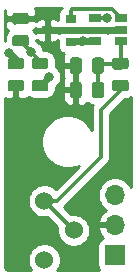
<source format=gbr>
G04 #@! TF.GenerationSoftware,KiCad,Pcbnew,(5.1.5)-3*
G04 #@! TF.CreationDate,2021-01-22T15:10:24+10:30*
G04 #@! TF.ProjectId,HallSingle,48616c6c-5369-46e6-976c-652e6b696361,rev?*
G04 #@! TF.SameCoordinates,Original*
G04 #@! TF.FileFunction,Copper,L1,Top*
G04 #@! TF.FilePolarity,Positive*
%FSLAX46Y46*%
G04 Gerber Fmt 4.6, Leading zero omitted, Abs format (unit mm)*
G04 Created by KiCad (PCBNEW (5.1.5)-3) date 2021-01-22 15:10:24*
%MOMM*%
%LPD*%
G04 APERTURE LIST*
%ADD10R,1.060000X0.650000*%
%ADD11R,0.900000X0.800000*%
%ADD12C,1.524000*%
%ADD13C,0.100000*%
%ADD14O,1.700000X1.700000*%
%ADD15R,1.700000X1.700000*%
%ADD16C,0.800000*%
%ADD17C,0.304800*%
%ADD18C,0.609600*%
%ADD19C,0.254000*%
G04 APERTURE END LIST*
D10*
X146300000Y-60450000D03*
X146300000Y-58550000D03*
X148500000Y-58550000D03*
X148500000Y-59500000D03*
X148500000Y-60450000D03*
D11*
X144272000Y-60510500D03*
X144272000Y-58610500D03*
X142272000Y-59560500D03*
D12*
X142000000Y-79000000D03*
X144500000Y-76500000D03*
X142000000Y-74000000D03*
G04 #@! TA.AperFunction,SMDPad,CuDef*
D13*
G36*
X142130142Y-61876174D02*
G01*
X142153803Y-61879684D01*
X142177007Y-61885496D01*
X142199529Y-61893554D01*
X142221153Y-61903782D01*
X142241670Y-61916079D01*
X142260883Y-61930329D01*
X142278607Y-61946393D01*
X142294671Y-61964117D01*
X142308921Y-61983330D01*
X142321218Y-62003847D01*
X142331446Y-62025471D01*
X142339504Y-62047993D01*
X142345316Y-62071197D01*
X142348826Y-62094858D01*
X142350000Y-62118750D01*
X142350000Y-62606250D01*
X142348826Y-62630142D01*
X142345316Y-62653803D01*
X142339504Y-62677007D01*
X142331446Y-62699529D01*
X142321218Y-62721153D01*
X142308921Y-62741670D01*
X142294671Y-62760883D01*
X142278607Y-62778607D01*
X142260883Y-62794671D01*
X142241670Y-62808921D01*
X142221153Y-62821218D01*
X142199529Y-62831446D01*
X142177007Y-62839504D01*
X142153803Y-62845316D01*
X142130142Y-62848826D01*
X142106250Y-62850000D01*
X141193750Y-62850000D01*
X141169858Y-62848826D01*
X141146197Y-62845316D01*
X141122993Y-62839504D01*
X141100471Y-62831446D01*
X141078847Y-62821218D01*
X141058330Y-62808921D01*
X141039117Y-62794671D01*
X141021393Y-62778607D01*
X141005329Y-62760883D01*
X140991079Y-62741670D01*
X140978782Y-62721153D01*
X140968554Y-62699529D01*
X140960496Y-62677007D01*
X140954684Y-62653803D01*
X140951174Y-62630142D01*
X140950000Y-62606250D01*
X140950000Y-62118750D01*
X140951174Y-62094858D01*
X140954684Y-62071197D01*
X140960496Y-62047993D01*
X140968554Y-62025471D01*
X140978782Y-62003847D01*
X140991079Y-61983330D01*
X141005329Y-61964117D01*
X141021393Y-61946393D01*
X141039117Y-61930329D01*
X141058330Y-61916079D01*
X141078847Y-61903782D01*
X141100471Y-61893554D01*
X141122993Y-61885496D01*
X141146197Y-61879684D01*
X141169858Y-61876174D01*
X141193750Y-61875000D01*
X142106250Y-61875000D01*
X142130142Y-61876174D01*
G37*
G04 #@! TD.AperFunction*
G04 #@! TA.AperFunction,SMDPad,CuDef*
G36*
X142130142Y-63751174D02*
G01*
X142153803Y-63754684D01*
X142177007Y-63760496D01*
X142199529Y-63768554D01*
X142221153Y-63778782D01*
X142241670Y-63791079D01*
X142260883Y-63805329D01*
X142278607Y-63821393D01*
X142294671Y-63839117D01*
X142308921Y-63858330D01*
X142321218Y-63878847D01*
X142331446Y-63900471D01*
X142339504Y-63922993D01*
X142345316Y-63946197D01*
X142348826Y-63969858D01*
X142350000Y-63993750D01*
X142350000Y-64481250D01*
X142348826Y-64505142D01*
X142345316Y-64528803D01*
X142339504Y-64552007D01*
X142331446Y-64574529D01*
X142321218Y-64596153D01*
X142308921Y-64616670D01*
X142294671Y-64635883D01*
X142278607Y-64653607D01*
X142260883Y-64669671D01*
X142241670Y-64683921D01*
X142221153Y-64696218D01*
X142199529Y-64706446D01*
X142177007Y-64714504D01*
X142153803Y-64720316D01*
X142130142Y-64723826D01*
X142106250Y-64725000D01*
X141193750Y-64725000D01*
X141169858Y-64723826D01*
X141146197Y-64720316D01*
X141122993Y-64714504D01*
X141100471Y-64706446D01*
X141078847Y-64696218D01*
X141058330Y-64683921D01*
X141039117Y-64669671D01*
X141021393Y-64653607D01*
X141005329Y-64635883D01*
X140991079Y-64616670D01*
X140978782Y-64596153D01*
X140968554Y-64574529D01*
X140960496Y-64552007D01*
X140954684Y-64528803D01*
X140951174Y-64505142D01*
X140950000Y-64481250D01*
X140950000Y-63993750D01*
X140951174Y-63969858D01*
X140954684Y-63946197D01*
X140960496Y-63922993D01*
X140968554Y-63900471D01*
X140978782Y-63878847D01*
X140991079Y-63858330D01*
X141005329Y-63839117D01*
X141021393Y-63821393D01*
X141039117Y-63805329D01*
X141058330Y-63791079D01*
X141078847Y-63778782D01*
X141100471Y-63768554D01*
X141122993Y-63760496D01*
X141146197Y-63754684D01*
X141169858Y-63751174D01*
X141193750Y-63750000D01*
X142106250Y-63750000D01*
X142130142Y-63751174D01*
G37*
G04 #@! TD.AperFunction*
G04 #@! TA.AperFunction,SMDPad,CuDef*
G36*
X144950642Y-61851174D02*
G01*
X144974303Y-61854684D01*
X144997507Y-61860496D01*
X145020029Y-61868554D01*
X145041653Y-61878782D01*
X145062170Y-61891079D01*
X145081383Y-61905329D01*
X145099107Y-61921393D01*
X145115171Y-61939117D01*
X145129421Y-61958330D01*
X145141718Y-61978847D01*
X145151946Y-62000471D01*
X145160004Y-62022993D01*
X145165816Y-62046197D01*
X145169326Y-62069858D01*
X145170500Y-62093750D01*
X145170500Y-63006250D01*
X145169326Y-63030142D01*
X145165816Y-63053803D01*
X145160004Y-63077007D01*
X145151946Y-63099529D01*
X145141718Y-63121153D01*
X145129421Y-63141670D01*
X145115171Y-63160883D01*
X145099107Y-63178607D01*
X145081383Y-63194671D01*
X145062170Y-63208921D01*
X145041653Y-63221218D01*
X145020029Y-63231446D01*
X144997507Y-63239504D01*
X144974303Y-63245316D01*
X144950642Y-63248826D01*
X144926750Y-63250000D01*
X144439250Y-63250000D01*
X144415358Y-63248826D01*
X144391697Y-63245316D01*
X144368493Y-63239504D01*
X144345971Y-63231446D01*
X144324347Y-63221218D01*
X144303830Y-63208921D01*
X144284617Y-63194671D01*
X144266893Y-63178607D01*
X144250829Y-63160883D01*
X144236579Y-63141670D01*
X144224282Y-63121153D01*
X144214054Y-63099529D01*
X144205996Y-63077007D01*
X144200184Y-63053803D01*
X144196674Y-63030142D01*
X144195500Y-63006250D01*
X144195500Y-62093750D01*
X144196674Y-62069858D01*
X144200184Y-62046197D01*
X144205996Y-62022993D01*
X144214054Y-62000471D01*
X144224282Y-61978847D01*
X144236579Y-61958330D01*
X144250829Y-61939117D01*
X144266893Y-61921393D01*
X144284617Y-61905329D01*
X144303830Y-61891079D01*
X144324347Y-61878782D01*
X144345971Y-61868554D01*
X144368493Y-61860496D01*
X144391697Y-61854684D01*
X144415358Y-61851174D01*
X144439250Y-61850000D01*
X144926750Y-61850000D01*
X144950642Y-61851174D01*
G37*
G04 #@! TD.AperFunction*
G04 #@! TA.AperFunction,SMDPad,CuDef*
G36*
X146825642Y-61851174D02*
G01*
X146849303Y-61854684D01*
X146872507Y-61860496D01*
X146895029Y-61868554D01*
X146916653Y-61878782D01*
X146937170Y-61891079D01*
X146956383Y-61905329D01*
X146974107Y-61921393D01*
X146990171Y-61939117D01*
X147004421Y-61958330D01*
X147016718Y-61978847D01*
X147026946Y-62000471D01*
X147035004Y-62022993D01*
X147040816Y-62046197D01*
X147044326Y-62069858D01*
X147045500Y-62093750D01*
X147045500Y-63006250D01*
X147044326Y-63030142D01*
X147040816Y-63053803D01*
X147035004Y-63077007D01*
X147026946Y-63099529D01*
X147016718Y-63121153D01*
X147004421Y-63141670D01*
X146990171Y-63160883D01*
X146974107Y-63178607D01*
X146956383Y-63194671D01*
X146937170Y-63208921D01*
X146916653Y-63221218D01*
X146895029Y-63231446D01*
X146872507Y-63239504D01*
X146849303Y-63245316D01*
X146825642Y-63248826D01*
X146801750Y-63250000D01*
X146314250Y-63250000D01*
X146290358Y-63248826D01*
X146266697Y-63245316D01*
X146243493Y-63239504D01*
X146220971Y-63231446D01*
X146199347Y-63221218D01*
X146178830Y-63208921D01*
X146159617Y-63194671D01*
X146141893Y-63178607D01*
X146125829Y-63160883D01*
X146111579Y-63141670D01*
X146099282Y-63121153D01*
X146089054Y-63099529D01*
X146080996Y-63077007D01*
X146075184Y-63053803D01*
X146071674Y-63030142D01*
X146070500Y-63006250D01*
X146070500Y-62093750D01*
X146071674Y-62069858D01*
X146075184Y-62046197D01*
X146080996Y-62022993D01*
X146089054Y-62000471D01*
X146099282Y-61978847D01*
X146111579Y-61958330D01*
X146125829Y-61939117D01*
X146141893Y-61921393D01*
X146159617Y-61905329D01*
X146178830Y-61891079D01*
X146199347Y-61878782D01*
X146220971Y-61868554D01*
X146243493Y-61860496D01*
X146266697Y-61854684D01*
X146290358Y-61851174D01*
X146314250Y-61850000D01*
X146801750Y-61850000D01*
X146825642Y-61851174D01*
G37*
G04 #@! TD.AperFunction*
G04 #@! TA.AperFunction,SMDPad,CuDef*
G36*
X148930142Y-61876174D02*
G01*
X148953803Y-61879684D01*
X148977007Y-61885496D01*
X148999529Y-61893554D01*
X149021153Y-61903782D01*
X149041670Y-61916079D01*
X149060883Y-61930329D01*
X149078607Y-61946393D01*
X149094671Y-61964117D01*
X149108921Y-61983330D01*
X149121218Y-62003847D01*
X149131446Y-62025471D01*
X149139504Y-62047993D01*
X149145316Y-62071197D01*
X149148826Y-62094858D01*
X149150000Y-62118750D01*
X149150000Y-62606250D01*
X149148826Y-62630142D01*
X149145316Y-62653803D01*
X149139504Y-62677007D01*
X149131446Y-62699529D01*
X149121218Y-62721153D01*
X149108921Y-62741670D01*
X149094671Y-62760883D01*
X149078607Y-62778607D01*
X149060883Y-62794671D01*
X149041670Y-62808921D01*
X149021153Y-62821218D01*
X148999529Y-62831446D01*
X148977007Y-62839504D01*
X148953803Y-62845316D01*
X148930142Y-62848826D01*
X148906250Y-62850000D01*
X147993750Y-62850000D01*
X147969858Y-62848826D01*
X147946197Y-62845316D01*
X147922993Y-62839504D01*
X147900471Y-62831446D01*
X147878847Y-62821218D01*
X147858330Y-62808921D01*
X147839117Y-62794671D01*
X147821393Y-62778607D01*
X147805329Y-62760883D01*
X147791079Y-62741670D01*
X147778782Y-62721153D01*
X147768554Y-62699529D01*
X147760496Y-62677007D01*
X147754684Y-62653803D01*
X147751174Y-62630142D01*
X147750000Y-62606250D01*
X147750000Y-62118750D01*
X147751174Y-62094858D01*
X147754684Y-62071197D01*
X147760496Y-62047993D01*
X147768554Y-62025471D01*
X147778782Y-62003847D01*
X147791079Y-61983330D01*
X147805329Y-61964117D01*
X147821393Y-61946393D01*
X147839117Y-61930329D01*
X147858330Y-61916079D01*
X147878847Y-61903782D01*
X147900471Y-61893554D01*
X147922993Y-61885496D01*
X147946197Y-61879684D01*
X147969858Y-61876174D01*
X147993750Y-61875000D01*
X148906250Y-61875000D01*
X148930142Y-61876174D01*
G37*
G04 #@! TD.AperFunction*
G04 #@! TA.AperFunction,SMDPad,CuDef*
G36*
X148930142Y-63751174D02*
G01*
X148953803Y-63754684D01*
X148977007Y-63760496D01*
X148999529Y-63768554D01*
X149021153Y-63778782D01*
X149041670Y-63791079D01*
X149060883Y-63805329D01*
X149078607Y-63821393D01*
X149094671Y-63839117D01*
X149108921Y-63858330D01*
X149121218Y-63878847D01*
X149131446Y-63900471D01*
X149139504Y-63922993D01*
X149145316Y-63946197D01*
X149148826Y-63969858D01*
X149150000Y-63993750D01*
X149150000Y-64481250D01*
X149148826Y-64505142D01*
X149145316Y-64528803D01*
X149139504Y-64552007D01*
X149131446Y-64574529D01*
X149121218Y-64596153D01*
X149108921Y-64616670D01*
X149094671Y-64635883D01*
X149078607Y-64653607D01*
X149060883Y-64669671D01*
X149041670Y-64683921D01*
X149021153Y-64696218D01*
X148999529Y-64706446D01*
X148977007Y-64714504D01*
X148953803Y-64720316D01*
X148930142Y-64723826D01*
X148906250Y-64725000D01*
X147993750Y-64725000D01*
X147969858Y-64723826D01*
X147946197Y-64720316D01*
X147922993Y-64714504D01*
X147900471Y-64706446D01*
X147878847Y-64696218D01*
X147858330Y-64683921D01*
X147839117Y-64669671D01*
X147821393Y-64653607D01*
X147805329Y-64635883D01*
X147791079Y-64616670D01*
X147778782Y-64596153D01*
X147768554Y-64574529D01*
X147760496Y-64552007D01*
X147754684Y-64528803D01*
X147751174Y-64505142D01*
X147750000Y-64481250D01*
X147750000Y-63993750D01*
X147751174Y-63969858D01*
X147754684Y-63946197D01*
X147760496Y-63922993D01*
X147768554Y-63900471D01*
X147778782Y-63878847D01*
X147791079Y-63858330D01*
X147805329Y-63839117D01*
X147821393Y-63821393D01*
X147839117Y-63805329D01*
X147858330Y-63791079D01*
X147878847Y-63778782D01*
X147900471Y-63768554D01*
X147922993Y-63760496D01*
X147946197Y-63754684D01*
X147969858Y-63751174D01*
X147993750Y-63750000D01*
X148906250Y-63750000D01*
X148930142Y-63751174D01*
G37*
G04 #@! TD.AperFunction*
D14*
X148000000Y-73500000D03*
X148000000Y-76040000D03*
D15*
X148000000Y-78580000D03*
G04 #@! TA.AperFunction,SMDPad,CuDef*
D13*
G36*
X140480142Y-59951174D02*
G01*
X140503803Y-59954684D01*
X140527007Y-59960496D01*
X140549529Y-59968554D01*
X140571153Y-59978782D01*
X140591670Y-59991079D01*
X140610883Y-60005329D01*
X140628607Y-60021393D01*
X140644671Y-60039117D01*
X140658921Y-60058330D01*
X140671218Y-60078847D01*
X140681446Y-60100471D01*
X140689504Y-60122993D01*
X140695316Y-60146197D01*
X140698826Y-60169858D01*
X140700000Y-60193750D01*
X140700000Y-60681250D01*
X140698826Y-60705142D01*
X140695316Y-60728803D01*
X140689504Y-60752007D01*
X140681446Y-60774529D01*
X140671218Y-60796153D01*
X140658921Y-60816670D01*
X140644671Y-60835883D01*
X140628607Y-60853607D01*
X140610883Y-60869671D01*
X140591670Y-60883921D01*
X140571153Y-60896218D01*
X140549529Y-60906446D01*
X140527007Y-60914504D01*
X140503803Y-60920316D01*
X140480142Y-60923826D01*
X140456250Y-60925000D01*
X139543750Y-60925000D01*
X139519858Y-60923826D01*
X139496197Y-60920316D01*
X139472993Y-60914504D01*
X139450471Y-60906446D01*
X139428847Y-60896218D01*
X139408330Y-60883921D01*
X139389117Y-60869671D01*
X139371393Y-60853607D01*
X139355329Y-60835883D01*
X139341079Y-60816670D01*
X139328782Y-60796153D01*
X139318554Y-60774529D01*
X139310496Y-60752007D01*
X139304684Y-60728803D01*
X139301174Y-60705142D01*
X139300000Y-60681250D01*
X139300000Y-60193750D01*
X139301174Y-60169858D01*
X139304684Y-60146197D01*
X139310496Y-60122993D01*
X139318554Y-60100471D01*
X139328782Y-60078847D01*
X139341079Y-60058330D01*
X139355329Y-60039117D01*
X139371393Y-60021393D01*
X139389117Y-60005329D01*
X139408330Y-59991079D01*
X139428847Y-59978782D01*
X139450471Y-59968554D01*
X139472993Y-59960496D01*
X139496197Y-59954684D01*
X139519858Y-59951174D01*
X139543750Y-59950000D01*
X140456250Y-59950000D01*
X140480142Y-59951174D01*
G37*
G04 #@! TD.AperFunction*
G04 #@! TA.AperFunction,SMDPad,CuDef*
G36*
X140480142Y-58076174D02*
G01*
X140503803Y-58079684D01*
X140527007Y-58085496D01*
X140549529Y-58093554D01*
X140571153Y-58103782D01*
X140591670Y-58116079D01*
X140610883Y-58130329D01*
X140628607Y-58146393D01*
X140644671Y-58164117D01*
X140658921Y-58183330D01*
X140671218Y-58203847D01*
X140681446Y-58225471D01*
X140689504Y-58247993D01*
X140695316Y-58271197D01*
X140698826Y-58294858D01*
X140700000Y-58318750D01*
X140700000Y-58806250D01*
X140698826Y-58830142D01*
X140695316Y-58853803D01*
X140689504Y-58877007D01*
X140681446Y-58899529D01*
X140671218Y-58921153D01*
X140658921Y-58941670D01*
X140644671Y-58960883D01*
X140628607Y-58978607D01*
X140610883Y-58994671D01*
X140591670Y-59008921D01*
X140571153Y-59021218D01*
X140549529Y-59031446D01*
X140527007Y-59039504D01*
X140503803Y-59045316D01*
X140480142Y-59048826D01*
X140456250Y-59050000D01*
X139543750Y-59050000D01*
X139519858Y-59048826D01*
X139496197Y-59045316D01*
X139472993Y-59039504D01*
X139450471Y-59031446D01*
X139428847Y-59021218D01*
X139408330Y-59008921D01*
X139389117Y-58994671D01*
X139371393Y-58978607D01*
X139355329Y-58960883D01*
X139341079Y-58941670D01*
X139328782Y-58921153D01*
X139318554Y-58899529D01*
X139310496Y-58877007D01*
X139304684Y-58853803D01*
X139301174Y-58830142D01*
X139300000Y-58806250D01*
X139300000Y-58318750D01*
X139301174Y-58294858D01*
X139304684Y-58271197D01*
X139310496Y-58247993D01*
X139318554Y-58225471D01*
X139328782Y-58203847D01*
X139341079Y-58183330D01*
X139355329Y-58164117D01*
X139371393Y-58146393D01*
X139389117Y-58130329D01*
X139408330Y-58116079D01*
X139428847Y-58103782D01*
X139450471Y-58093554D01*
X139472993Y-58085496D01*
X139496197Y-58079684D01*
X139519858Y-58076174D01*
X139543750Y-58075000D01*
X140456250Y-58075000D01*
X140480142Y-58076174D01*
G37*
G04 #@! TD.AperFunction*
G04 #@! TA.AperFunction,SMDPad,CuDef*
G36*
X140080142Y-63751174D02*
G01*
X140103803Y-63754684D01*
X140127007Y-63760496D01*
X140149529Y-63768554D01*
X140171153Y-63778782D01*
X140191670Y-63791079D01*
X140210883Y-63805329D01*
X140228607Y-63821393D01*
X140244671Y-63839117D01*
X140258921Y-63858330D01*
X140271218Y-63878847D01*
X140281446Y-63900471D01*
X140289504Y-63922993D01*
X140295316Y-63946197D01*
X140298826Y-63969858D01*
X140300000Y-63993750D01*
X140300000Y-64481250D01*
X140298826Y-64505142D01*
X140295316Y-64528803D01*
X140289504Y-64552007D01*
X140281446Y-64574529D01*
X140271218Y-64596153D01*
X140258921Y-64616670D01*
X140244671Y-64635883D01*
X140228607Y-64653607D01*
X140210883Y-64669671D01*
X140191670Y-64683921D01*
X140171153Y-64696218D01*
X140149529Y-64706446D01*
X140127007Y-64714504D01*
X140103803Y-64720316D01*
X140080142Y-64723826D01*
X140056250Y-64725000D01*
X139143750Y-64725000D01*
X139119858Y-64723826D01*
X139096197Y-64720316D01*
X139072993Y-64714504D01*
X139050471Y-64706446D01*
X139028847Y-64696218D01*
X139008330Y-64683921D01*
X138989117Y-64669671D01*
X138971393Y-64653607D01*
X138955329Y-64635883D01*
X138941079Y-64616670D01*
X138928782Y-64596153D01*
X138918554Y-64574529D01*
X138910496Y-64552007D01*
X138904684Y-64528803D01*
X138901174Y-64505142D01*
X138900000Y-64481250D01*
X138900000Y-63993750D01*
X138901174Y-63969858D01*
X138904684Y-63946197D01*
X138910496Y-63922993D01*
X138918554Y-63900471D01*
X138928782Y-63878847D01*
X138941079Y-63858330D01*
X138955329Y-63839117D01*
X138971393Y-63821393D01*
X138989117Y-63805329D01*
X139008330Y-63791079D01*
X139028847Y-63778782D01*
X139050471Y-63768554D01*
X139072993Y-63760496D01*
X139096197Y-63754684D01*
X139119858Y-63751174D01*
X139143750Y-63750000D01*
X140056250Y-63750000D01*
X140080142Y-63751174D01*
G37*
G04 #@! TD.AperFunction*
G04 #@! TA.AperFunction,SMDPad,CuDef*
G36*
X140080142Y-61876174D02*
G01*
X140103803Y-61879684D01*
X140127007Y-61885496D01*
X140149529Y-61893554D01*
X140171153Y-61903782D01*
X140191670Y-61916079D01*
X140210883Y-61930329D01*
X140228607Y-61946393D01*
X140244671Y-61964117D01*
X140258921Y-61983330D01*
X140271218Y-62003847D01*
X140281446Y-62025471D01*
X140289504Y-62047993D01*
X140295316Y-62071197D01*
X140298826Y-62094858D01*
X140300000Y-62118750D01*
X140300000Y-62606250D01*
X140298826Y-62630142D01*
X140295316Y-62653803D01*
X140289504Y-62677007D01*
X140281446Y-62699529D01*
X140271218Y-62721153D01*
X140258921Y-62741670D01*
X140244671Y-62760883D01*
X140228607Y-62778607D01*
X140210883Y-62794671D01*
X140191670Y-62808921D01*
X140171153Y-62821218D01*
X140149529Y-62831446D01*
X140127007Y-62839504D01*
X140103803Y-62845316D01*
X140080142Y-62848826D01*
X140056250Y-62850000D01*
X139143750Y-62850000D01*
X139119858Y-62848826D01*
X139096197Y-62845316D01*
X139072993Y-62839504D01*
X139050471Y-62831446D01*
X139028847Y-62821218D01*
X139008330Y-62808921D01*
X138989117Y-62794671D01*
X138971393Y-62778607D01*
X138955329Y-62760883D01*
X138941079Y-62741670D01*
X138928782Y-62721153D01*
X138918554Y-62699529D01*
X138910496Y-62677007D01*
X138904684Y-62653803D01*
X138901174Y-62630142D01*
X138900000Y-62606250D01*
X138900000Y-62118750D01*
X138901174Y-62094858D01*
X138904684Y-62071197D01*
X138910496Y-62047993D01*
X138918554Y-62025471D01*
X138928782Y-62003847D01*
X138941079Y-61983330D01*
X138955329Y-61964117D01*
X138971393Y-61946393D01*
X138989117Y-61930329D01*
X139008330Y-61916079D01*
X139028847Y-61903782D01*
X139050471Y-61893554D01*
X139072993Y-61885496D01*
X139096197Y-61879684D01*
X139119858Y-61876174D01*
X139143750Y-61875000D01*
X140056250Y-61875000D01*
X140080142Y-61876174D01*
G37*
G04 #@! TD.AperFunction*
G04 #@! TA.AperFunction,SMDPad,CuDef*
G36*
X144950642Y-63901174D02*
G01*
X144974303Y-63904684D01*
X144997507Y-63910496D01*
X145020029Y-63918554D01*
X145041653Y-63928782D01*
X145062170Y-63941079D01*
X145081383Y-63955329D01*
X145099107Y-63971393D01*
X145115171Y-63989117D01*
X145129421Y-64008330D01*
X145141718Y-64028847D01*
X145151946Y-64050471D01*
X145160004Y-64072993D01*
X145165816Y-64096197D01*
X145169326Y-64119858D01*
X145170500Y-64143750D01*
X145170500Y-65056250D01*
X145169326Y-65080142D01*
X145165816Y-65103803D01*
X145160004Y-65127007D01*
X145151946Y-65149529D01*
X145141718Y-65171153D01*
X145129421Y-65191670D01*
X145115171Y-65210883D01*
X145099107Y-65228607D01*
X145081383Y-65244671D01*
X145062170Y-65258921D01*
X145041653Y-65271218D01*
X145020029Y-65281446D01*
X144997507Y-65289504D01*
X144974303Y-65295316D01*
X144950642Y-65298826D01*
X144926750Y-65300000D01*
X144439250Y-65300000D01*
X144415358Y-65298826D01*
X144391697Y-65295316D01*
X144368493Y-65289504D01*
X144345971Y-65281446D01*
X144324347Y-65271218D01*
X144303830Y-65258921D01*
X144284617Y-65244671D01*
X144266893Y-65228607D01*
X144250829Y-65210883D01*
X144236579Y-65191670D01*
X144224282Y-65171153D01*
X144214054Y-65149529D01*
X144205996Y-65127007D01*
X144200184Y-65103803D01*
X144196674Y-65080142D01*
X144195500Y-65056250D01*
X144195500Y-64143750D01*
X144196674Y-64119858D01*
X144200184Y-64096197D01*
X144205996Y-64072993D01*
X144214054Y-64050471D01*
X144224282Y-64028847D01*
X144236579Y-64008330D01*
X144250829Y-63989117D01*
X144266893Y-63971393D01*
X144284617Y-63955329D01*
X144303830Y-63941079D01*
X144324347Y-63928782D01*
X144345971Y-63918554D01*
X144368493Y-63910496D01*
X144391697Y-63904684D01*
X144415358Y-63901174D01*
X144439250Y-63900000D01*
X144926750Y-63900000D01*
X144950642Y-63901174D01*
G37*
G04 #@! TD.AperFunction*
G04 #@! TA.AperFunction,SMDPad,CuDef*
G36*
X146825642Y-63901174D02*
G01*
X146849303Y-63904684D01*
X146872507Y-63910496D01*
X146895029Y-63918554D01*
X146916653Y-63928782D01*
X146937170Y-63941079D01*
X146956383Y-63955329D01*
X146974107Y-63971393D01*
X146990171Y-63989117D01*
X147004421Y-64008330D01*
X147016718Y-64028847D01*
X147026946Y-64050471D01*
X147035004Y-64072993D01*
X147040816Y-64096197D01*
X147044326Y-64119858D01*
X147045500Y-64143750D01*
X147045500Y-65056250D01*
X147044326Y-65080142D01*
X147040816Y-65103803D01*
X147035004Y-65127007D01*
X147026946Y-65149529D01*
X147016718Y-65171153D01*
X147004421Y-65191670D01*
X146990171Y-65210883D01*
X146974107Y-65228607D01*
X146956383Y-65244671D01*
X146937170Y-65258921D01*
X146916653Y-65271218D01*
X146895029Y-65281446D01*
X146872507Y-65289504D01*
X146849303Y-65295316D01*
X146825642Y-65298826D01*
X146801750Y-65300000D01*
X146314250Y-65300000D01*
X146290358Y-65298826D01*
X146266697Y-65295316D01*
X146243493Y-65289504D01*
X146220971Y-65281446D01*
X146199347Y-65271218D01*
X146178830Y-65258921D01*
X146159617Y-65244671D01*
X146141893Y-65228607D01*
X146125829Y-65210883D01*
X146111579Y-65191670D01*
X146099282Y-65171153D01*
X146089054Y-65149529D01*
X146080996Y-65127007D01*
X146075184Y-65103803D01*
X146071674Y-65080142D01*
X146070500Y-65056250D01*
X146070500Y-64143750D01*
X146071674Y-64119858D01*
X146075184Y-64096197D01*
X146080996Y-64072993D01*
X146089054Y-64050471D01*
X146099282Y-64028847D01*
X146111579Y-64008330D01*
X146125829Y-63989117D01*
X146141893Y-63971393D01*
X146159617Y-63955329D01*
X146178830Y-63941079D01*
X146199347Y-63928782D01*
X146220971Y-63918554D01*
X146243493Y-63910496D01*
X146266697Y-63904684D01*
X146290358Y-63901174D01*
X146314250Y-63900000D01*
X146801750Y-63900000D01*
X146825642Y-63901174D01*
G37*
G04 #@! TD.AperFunction*
D16*
X147350000Y-58550000D03*
X142400000Y-63500000D03*
X145250000Y-60500000D03*
X139050000Y-61450000D03*
X140900000Y-61400000D03*
D17*
X139554001Y-58946999D02*
X139954000Y-58547000D01*
D18*
X142282500Y-59550000D02*
X142272000Y-59560500D01*
X143331600Y-59560500D02*
X142272000Y-59560500D01*
X147299900Y-59560500D02*
X143331600Y-59560500D01*
X147360400Y-59500000D02*
X147299900Y-59560500D01*
X148500000Y-59500000D02*
X147360400Y-59500000D01*
D17*
X148450000Y-62725000D02*
X148463000Y-62738000D01*
X147988500Y-62738000D02*
X148463000Y-62738000D01*
X146453500Y-62824000D02*
X146558000Y-62928500D01*
X146748500Y-62738000D02*
X146558000Y-62928500D01*
X148463000Y-62450000D02*
X146748500Y-62450000D01*
X146558000Y-64960500D02*
X146558000Y-62928500D01*
X146400000Y-62392000D02*
X146558000Y-62550000D01*
D18*
X139600000Y-62000000D02*
X139050000Y-61450000D01*
X139600000Y-62362500D02*
X139600000Y-62000000D01*
X145139500Y-60510500D02*
X145150000Y-60500000D01*
X141662500Y-64237500D02*
X142400000Y-63500000D01*
X141650000Y-64237500D02*
X141662500Y-64237500D01*
D17*
X148463000Y-60637000D02*
X148600000Y-60500000D01*
X148500000Y-62312500D02*
X148450000Y-62362500D01*
X148500000Y-60450000D02*
X148500000Y-62312500D01*
D18*
X144282500Y-60500000D02*
X144272000Y-60510500D01*
X145250000Y-60500000D02*
X144282500Y-60500000D01*
X145300000Y-60450000D02*
X145250000Y-60500000D01*
X146300000Y-60450000D02*
X145300000Y-60450000D01*
D17*
X141650000Y-62362500D02*
X141650000Y-62150000D01*
X140000000Y-60500000D02*
X140900000Y-61400000D01*
X140000000Y-60437500D02*
X140000000Y-60500000D01*
X143077630Y-74000000D02*
X142000000Y-74000000D01*
X148463000Y-64613000D02*
X146794399Y-66281601D01*
X146794399Y-66281601D02*
X146794399Y-70283231D01*
X146794399Y-70283231D02*
X143077630Y-74000000D01*
X144500000Y-76500000D02*
X142000000Y-74000000D01*
X146451000Y-58610500D02*
X146453500Y-58608000D01*
X147350000Y-58550000D02*
X146300000Y-58550000D01*
X141650000Y-62150000D02*
X140900000Y-61400000D01*
X144282500Y-58600000D02*
X144272000Y-58610500D01*
X147712689Y-57794399D02*
X144383301Y-57794399D01*
X144383301Y-57794399D02*
X144272000Y-57905700D01*
X148468290Y-58550000D02*
X147712689Y-57794399D01*
X144272000Y-57905700D02*
X144272000Y-58610500D01*
X148500000Y-58550000D02*
X148468290Y-58550000D01*
D19*
G36*
X143467506Y-57679963D02*
G01*
X143370815Y-57759315D01*
X143291463Y-57856006D01*
X143232498Y-57966320D01*
X143196188Y-58086018D01*
X143183928Y-58210500D01*
X143183928Y-58722405D01*
X143173185Y-58709315D01*
X143076494Y-58629963D01*
X142966180Y-58570998D01*
X142846482Y-58534688D01*
X142722000Y-58522428D01*
X142557750Y-58525500D01*
X142399000Y-58684250D01*
X142399000Y-59433500D01*
X143198250Y-59433500D01*
X143282857Y-59348893D01*
X143291463Y-59364994D01*
X143370815Y-59461685D01*
X143467506Y-59541037D01*
X143503918Y-59560500D01*
X143467506Y-59579963D01*
X143370815Y-59659315D01*
X143291463Y-59756006D01*
X143282857Y-59772107D01*
X143198250Y-59687500D01*
X142399000Y-59687500D01*
X142399000Y-60436750D01*
X142557750Y-60595500D01*
X142722000Y-60598572D01*
X142846482Y-60586312D01*
X142966180Y-60550002D01*
X143076494Y-60491037D01*
X143173185Y-60411685D01*
X143183928Y-60398595D01*
X143183928Y-60910500D01*
X143196188Y-61034982D01*
X143232498Y-61154680D01*
X143291463Y-61264994D01*
X143370815Y-61361685D01*
X143467506Y-61441037D01*
X143577820Y-61500002D01*
X143650737Y-61522121D01*
X143605998Y-61605820D01*
X143569688Y-61725518D01*
X143557428Y-61850000D01*
X143560500Y-62264250D01*
X143719250Y-62423000D01*
X144556000Y-62423000D01*
X144556000Y-62403000D01*
X144810000Y-62403000D01*
X144810000Y-62423000D01*
X144830000Y-62423000D01*
X144830000Y-62677000D01*
X144810000Y-62677000D01*
X144810000Y-64473000D01*
X144830000Y-64473000D01*
X144830000Y-64727000D01*
X144810000Y-64727000D01*
X144810000Y-65776250D01*
X144968750Y-65935000D01*
X145170500Y-65938072D01*
X145294982Y-65925812D01*
X145414680Y-65889502D01*
X145524994Y-65830537D01*
X145621685Y-65751185D01*
X145685492Y-65673436D01*
X145690708Y-65679792D01*
X145824336Y-65789458D01*
X145976791Y-65870947D01*
X146100945Y-65908609D01*
X146063417Y-65978819D01*
X146018393Y-66127245D01*
X146006999Y-66242929D01*
X146006999Y-66242938D01*
X146003191Y-66281601D01*
X146006999Y-66320264D01*
X146006999Y-68004990D01*
X145980631Y-67941331D01*
X145736038Y-67575271D01*
X145424729Y-67263962D01*
X145058669Y-67019369D01*
X144651925Y-66850890D01*
X144220128Y-66765000D01*
X143779872Y-66765000D01*
X143348075Y-66850890D01*
X142941331Y-67019369D01*
X142575271Y-67263962D01*
X142263962Y-67575271D01*
X142019369Y-67941331D01*
X141850890Y-68348075D01*
X141765000Y-68779872D01*
X141765000Y-69220128D01*
X141850890Y-69651925D01*
X142019369Y-70058669D01*
X142263962Y-70424729D01*
X142575271Y-70736038D01*
X142941331Y-70980631D01*
X143348075Y-71149110D01*
X143779872Y-71235000D01*
X144220128Y-71235000D01*
X144651925Y-71149110D01*
X144930258Y-71033821D01*
X142969867Y-72994212D01*
X142890535Y-72914880D01*
X142661727Y-72761995D01*
X142407490Y-72656686D01*
X142137592Y-72603000D01*
X141862408Y-72603000D01*
X141592510Y-72656686D01*
X141338273Y-72761995D01*
X141109465Y-72914880D01*
X140914880Y-73109465D01*
X140761995Y-73338273D01*
X140656686Y-73592510D01*
X140603000Y-73862408D01*
X140603000Y-74137592D01*
X140656686Y-74407490D01*
X140761995Y-74661727D01*
X140914880Y-74890535D01*
X141109465Y-75085120D01*
X141338273Y-75238005D01*
X141592510Y-75343314D01*
X141862408Y-75397000D01*
X142137592Y-75397000D01*
X142259250Y-75372801D01*
X143127199Y-76240750D01*
X143103000Y-76362408D01*
X143103000Y-76637592D01*
X143156686Y-76907490D01*
X143261995Y-77161727D01*
X143414880Y-77390535D01*
X143609465Y-77585120D01*
X143838273Y-77738005D01*
X144092510Y-77843314D01*
X144362408Y-77897000D01*
X144637592Y-77897000D01*
X144907490Y-77843314D01*
X145161727Y-77738005D01*
X145390535Y-77585120D01*
X145585120Y-77390535D01*
X145738005Y-77161727D01*
X145843314Y-76907490D01*
X145897000Y-76637592D01*
X145897000Y-76362408D01*
X145843314Y-76092510D01*
X145738005Y-75838273D01*
X145585120Y-75609465D01*
X145390535Y-75414880D01*
X145161727Y-75261995D01*
X144907490Y-75156686D01*
X144637592Y-75103000D01*
X144362408Y-75103000D01*
X144240750Y-75127199D01*
X143653290Y-74539740D01*
X143661758Y-74529422D01*
X147323832Y-70867350D01*
X147353868Y-70842700D01*
X147452265Y-70722803D01*
X147525381Y-70586014D01*
X147570405Y-70437588D01*
X147581799Y-70321904D01*
X147581799Y-70321895D01*
X147585607Y-70283232D01*
X147581799Y-70244569D01*
X147581799Y-66607751D01*
X148826480Y-65363072D01*
X148906250Y-65363072D01*
X149078285Y-65346128D01*
X149243709Y-65295947D01*
X149340000Y-65244478D01*
X149340001Y-72854556D01*
X149315990Y-72796589D01*
X149153475Y-72553368D01*
X148946632Y-72346525D01*
X148703411Y-72184010D01*
X148433158Y-72072068D01*
X148146260Y-72015000D01*
X147853740Y-72015000D01*
X147566842Y-72072068D01*
X147296589Y-72184010D01*
X147053368Y-72346525D01*
X146846525Y-72553368D01*
X146684010Y-72796589D01*
X146572068Y-73066842D01*
X146515000Y-73353740D01*
X146515000Y-73646260D01*
X146572068Y-73933158D01*
X146684010Y-74203411D01*
X146846525Y-74446632D01*
X147053368Y-74653475D01*
X147235534Y-74775195D01*
X147118645Y-74844822D01*
X146902412Y-75039731D01*
X146728359Y-75273080D01*
X146603175Y-75535901D01*
X146558524Y-75683110D01*
X146679845Y-75913000D01*
X147873000Y-75913000D01*
X147873000Y-75893000D01*
X148127000Y-75893000D01*
X148127000Y-75913000D01*
X148147000Y-75913000D01*
X148147000Y-76167000D01*
X148127000Y-76167000D01*
X148127000Y-76187000D01*
X147873000Y-76187000D01*
X147873000Y-76167000D01*
X146679845Y-76167000D01*
X146558524Y-76396890D01*
X146603175Y-76544099D01*
X146728359Y-76806920D01*
X146902412Y-77040269D01*
X146986466Y-77116034D01*
X146905820Y-77140498D01*
X146795506Y-77199463D01*
X146698815Y-77278815D01*
X146619463Y-77375506D01*
X146560498Y-77485820D01*
X146524188Y-77605518D01*
X146511928Y-77730000D01*
X146511928Y-79430000D01*
X146524188Y-79554482D01*
X146560498Y-79674180D01*
X146619463Y-79784494D01*
X146665015Y-79840000D01*
X143118886Y-79840000D01*
X143238005Y-79661727D01*
X143343314Y-79407490D01*
X143397000Y-79137592D01*
X143397000Y-78862408D01*
X143343314Y-78592510D01*
X143238005Y-78338273D01*
X143085120Y-78109465D01*
X142890535Y-77914880D01*
X142661727Y-77761995D01*
X142407490Y-77656686D01*
X142137592Y-77603000D01*
X141862408Y-77603000D01*
X141592510Y-77656686D01*
X141338273Y-77761995D01*
X141109465Y-77914880D01*
X140914880Y-78109465D01*
X140761995Y-78338273D01*
X140656686Y-78592510D01*
X140603000Y-78862408D01*
X140603000Y-79137592D01*
X140656686Y-79407490D01*
X140761995Y-79661727D01*
X140881114Y-79840000D01*
X139032279Y-79840000D01*
X138934576Y-79830420D01*
X138871643Y-79811420D01*
X138813594Y-79780554D01*
X138762657Y-79739011D01*
X138720752Y-79688356D01*
X138689485Y-79630529D01*
X138670044Y-79567728D01*
X138660000Y-79472165D01*
X138660000Y-65315770D01*
X138775518Y-65350812D01*
X138900000Y-65363072D01*
X139314250Y-65360000D01*
X139473000Y-65201250D01*
X139473000Y-64364500D01*
X139453000Y-64364500D01*
X139453000Y-64110500D01*
X139473000Y-64110500D01*
X139473000Y-64090500D01*
X139727000Y-64090500D01*
X139727000Y-64110500D01*
X139747000Y-64110500D01*
X139747000Y-64364500D01*
X139727000Y-64364500D01*
X139727000Y-65201250D01*
X139885750Y-65360000D01*
X140300000Y-65363072D01*
X140424482Y-65350812D01*
X140544180Y-65314502D01*
X140654494Y-65255537D01*
X140704268Y-65214689D01*
X140856291Y-65295947D01*
X141021715Y-65346128D01*
X141193750Y-65363072D01*
X142106250Y-65363072D01*
X142278285Y-65346128D01*
X142430348Y-65300000D01*
X143557428Y-65300000D01*
X143569688Y-65424482D01*
X143605998Y-65544180D01*
X143664963Y-65654494D01*
X143744315Y-65751185D01*
X143841006Y-65830537D01*
X143951320Y-65889502D01*
X144071018Y-65925812D01*
X144195500Y-65938072D01*
X144397250Y-65935000D01*
X144556000Y-65776250D01*
X144556000Y-64727000D01*
X143719250Y-64727000D01*
X143560500Y-64885750D01*
X143557428Y-65300000D01*
X142430348Y-65300000D01*
X142443709Y-65295947D01*
X142596164Y-65214458D01*
X142729792Y-65104792D01*
X142839458Y-64971164D01*
X142920947Y-64818709D01*
X142971128Y-64653285D01*
X142988072Y-64481250D01*
X142988072Y-64351847D01*
X143059774Y-64303937D01*
X143203937Y-64159774D01*
X143317205Y-63990256D01*
X143395226Y-63801898D01*
X143435000Y-63601939D01*
X143435000Y-63398061D01*
X143405550Y-63250000D01*
X143557428Y-63250000D01*
X143569688Y-63374482D01*
X143605998Y-63494180D01*
X143649198Y-63575000D01*
X143605998Y-63655820D01*
X143569688Y-63775518D01*
X143557428Y-63900000D01*
X143560500Y-64314250D01*
X143719250Y-64473000D01*
X144556000Y-64473000D01*
X144556000Y-62677000D01*
X143719250Y-62677000D01*
X143560500Y-62835750D01*
X143557428Y-63250000D01*
X143405550Y-63250000D01*
X143395226Y-63198102D01*
X143317205Y-63009744D01*
X143203937Y-62840226D01*
X143059774Y-62696063D01*
X142984200Y-62645566D01*
X142988072Y-62606250D01*
X142988072Y-62118750D01*
X142971128Y-61946715D01*
X142920947Y-61781291D01*
X142839458Y-61628836D01*
X142729792Y-61495208D01*
X142596164Y-61385542D01*
X142443709Y-61304053D01*
X142278285Y-61253872D01*
X142106250Y-61236928D01*
X141922840Y-61236928D01*
X141895226Y-61098102D01*
X141817205Y-60909744D01*
X141703937Y-60740226D01*
X141559774Y-60596063D01*
X141390256Y-60482795D01*
X141338072Y-60461180D01*
X141338072Y-60371787D01*
X141370815Y-60411685D01*
X141467506Y-60491037D01*
X141577820Y-60550002D01*
X141697518Y-60586312D01*
X141822000Y-60598572D01*
X141986250Y-60595500D01*
X142145000Y-60436750D01*
X142145000Y-59687500D01*
X141345750Y-59687500D01*
X141238208Y-59795042D01*
X141189458Y-59703836D01*
X141079792Y-59570208D01*
X141073436Y-59564992D01*
X141151185Y-59501185D01*
X141230537Y-59404494D01*
X141260566Y-59348316D01*
X141345750Y-59433500D01*
X142145000Y-59433500D01*
X142145000Y-58684250D01*
X141986250Y-58525500D01*
X141822000Y-58522428D01*
X141697518Y-58534688D01*
X141577820Y-58570998D01*
X141467506Y-58629963D01*
X141370815Y-58709315D01*
X141292046Y-58805296D01*
X141176250Y-58689500D01*
X140127000Y-58689500D01*
X140127000Y-58709500D01*
X139873000Y-58709500D01*
X139873000Y-58689500D01*
X138823750Y-58689500D01*
X138665000Y-58848250D01*
X138661928Y-59050000D01*
X138674188Y-59174482D01*
X138710498Y-59294180D01*
X138769463Y-59404494D01*
X138848815Y-59501185D01*
X138926564Y-59564992D01*
X138920208Y-59570208D01*
X138810542Y-59703836D01*
X138729053Y-59856291D01*
X138678872Y-60021715D01*
X138661928Y-60193750D01*
X138661928Y-60490469D01*
X138660000Y-60491267D01*
X138660000Y-58032279D01*
X138669580Y-57934576D01*
X138688580Y-57871644D01*
X138719445Y-57813595D01*
X138720200Y-57812670D01*
X138710498Y-57830820D01*
X138674188Y-57950518D01*
X138661928Y-58075000D01*
X138665000Y-58276750D01*
X138823750Y-58435500D01*
X139873000Y-58435500D01*
X139873000Y-58415500D01*
X140127000Y-58415500D01*
X140127000Y-58435500D01*
X141176250Y-58435500D01*
X141335000Y-58276750D01*
X141338072Y-58075000D01*
X141325812Y-57950518D01*
X141289502Y-57830820D01*
X141230537Y-57720506D01*
X141180881Y-57660000D01*
X143504854Y-57660000D01*
X143467506Y-57679963D01*
G37*
X143467506Y-57679963D02*
X143370815Y-57759315D01*
X143291463Y-57856006D01*
X143232498Y-57966320D01*
X143196188Y-58086018D01*
X143183928Y-58210500D01*
X143183928Y-58722405D01*
X143173185Y-58709315D01*
X143076494Y-58629963D01*
X142966180Y-58570998D01*
X142846482Y-58534688D01*
X142722000Y-58522428D01*
X142557750Y-58525500D01*
X142399000Y-58684250D01*
X142399000Y-59433500D01*
X143198250Y-59433500D01*
X143282857Y-59348893D01*
X143291463Y-59364994D01*
X143370815Y-59461685D01*
X143467506Y-59541037D01*
X143503918Y-59560500D01*
X143467506Y-59579963D01*
X143370815Y-59659315D01*
X143291463Y-59756006D01*
X143282857Y-59772107D01*
X143198250Y-59687500D01*
X142399000Y-59687500D01*
X142399000Y-60436750D01*
X142557750Y-60595500D01*
X142722000Y-60598572D01*
X142846482Y-60586312D01*
X142966180Y-60550002D01*
X143076494Y-60491037D01*
X143173185Y-60411685D01*
X143183928Y-60398595D01*
X143183928Y-60910500D01*
X143196188Y-61034982D01*
X143232498Y-61154680D01*
X143291463Y-61264994D01*
X143370815Y-61361685D01*
X143467506Y-61441037D01*
X143577820Y-61500002D01*
X143650737Y-61522121D01*
X143605998Y-61605820D01*
X143569688Y-61725518D01*
X143557428Y-61850000D01*
X143560500Y-62264250D01*
X143719250Y-62423000D01*
X144556000Y-62423000D01*
X144556000Y-62403000D01*
X144810000Y-62403000D01*
X144810000Y-62423000D01*
X144830000Y-62423000D01*
X144830000Y-62677000D01*
X144810000Y-62677000D01*
X144810000Y-64473000D01*
X144830000Y-64473000D01*
X144830000Y-64727000D01*
X144810000Y-64727000D01*
X144810000Y-65776250D01*
X144968750Y-65935000D01*
X145170500Y-65938072D01*
X145294982Y-65925812D01*
X145414680Y-65889502D01*
X145524994Y-65830537D01*
X145621685Y-65751185D01*
X145685492Y-65673436D01*
X145690708Y-65679792D01*
X145824336Y-65789458D01*
X145976791Y-65870947D01*
X146100945Y-65908609D01*
X146063417Y-65978819D01*
X146018393Y-66127245D01*
X146006999Y-66242929D01*
X146006999Y-66242938D01*
X146003191Y-66281601D01*
X146006999Y-66320264D01*
X146006999Y-68004990D01*
X145980631Y-67941331D01*
X145736038Y-67575271D01*
X145424729Y-67263962D01*
X145058669Y-67019369D01*
X144651925Y-66850890D01*
X144220128Y-66765000D01*
X143779872Y-66765000D01*
X143348075Y-66850890D01*
X142941331Y-67019369D01*
X142575271Y-67263962D01*
X142263962Y-67575271D01*
X142019369Y-67941331D01*
X141850890Y-68348075D01*
X141765000Y-68779872D01*
X141765000Y-69220128D01*
X141850890Y-69651925D01*
X142019369Y-70058669D01*
X142263962Y-70424729D01*
X142575271Y-70736038D01*
X142941331Y-70980631D01*
X143348075Y-71149110D01*
X143779872Y-71235000D01*
X144220128Y-71235000D01*
X144651925Y-71149110D01*
X144930258Y-71033821D01*
X142969867Y-72994212D01*
X142890535Y-72914880D01*
X142661727Y-72761995D01*
X142407490Y-72656686D01*
X142137592Y-72603000D01*
X141862408Y-72603000D01*
X141592510Y-72656686D01*
X141338273Y-72761995D01*
X141109465Y-72914880D01*
X140914880Y-73109465D01*
X140761995Y-73338273D01*
X140656686Y-73592510D01*
X140603000Y-73862408D01*
X140603000Y-74137592D01*
X140656686Y-74407490D01*
X140761995Y-74661727D01*
X140914880Y-74890535D01*
X141109465Y-75085120D01*
X141338273Y-75238005D01*
X141592510Y-75343314D01*
X141862408Y-75397000D01*
X142137592Y-75397000D01*
X142259250Y-75372801D01*
X143127199Y-76240750D01*
X143103000Y-76362408D01*
X143103000Y-76637592D01*
X143156686Y-76907490D01*
X143261995Y-77161727D01*
X143414880Y-77390535D01*
X143609465Y-77585120D01*
X143838273Y-77738005D01*
X144092510Y-77843314D01*
X144362408Y-77897000D01*
X144637592Y-77897000D01*
X144907490Y-77843314D01*
X145161727Y-77738005D01*
X145390535Y-77585120D01*
X145585120Y-77390535D01*
X145738005Y-77161727D01*
X145843314Y-76907490D01*
X145897000Y-76637592D01*
X145897000Y-76362408D01*
X145843314Y-76092510D01*
X145738005Y-75838273D01*
X145585120Y-75609465D01*
X145390535Y-75414880D01*
X145161727Y-75261995D01*
X144907490Y-75156686D01*
X144637592Y-75103000D01*
X144362408Y-75103000D01*
X144240750Y-75127199D01*
X143653290Y-74539740D01*
X143661758Y-74529422D01*
X147323832Y-70867350D01*
X147353868Y-70842700D01*
X147452265Y-70722803D01*
X147525381Y-70586014D01*
X147570405Y-70437588D01*
X147581799Y-70321904D01*
X147581799Y-70321895D01*
X147585607Y-70283232D01*
X147581799Y-70244569D01*
X147581799Y-66607751D01*
X148826480Y-65363072D01*
X148906250Y-65363072D01*
X149078285Y-65346128D01*
X149243709Y-65295947D01*
X149340000Y-65244478D01*
X149340001Y-72854556D01*
X149315990Y-72796589D01*
X149153475Y-72553368D01*
X148946632Y-72346525D01*
X148703411Y-72184010D01*
X148433158Y-72072068D01*
X148146260Y-72015000D01*
X147853740Y-72015000D01*
X147566842Y-72072068D01*
X147296589Y-72184010D01*
X147053368Y-72346525D01*
X146846525Y-72553368D01*
X146684010Y-72796589D01*
X146572068Y-73066842D01*
X146515000Y-73353740D01*
X146515000Y-73646260D01*
X146572068Y-73933158D01*
X146684010Y-74203411D01*
X146846525Y-74446632D01*
X147053368Y-74653475D01*
X147235534Y-74775195D01*
X147118645Y-74844822D01*
X146902412Y-75039731D01*
X146728359Y-75273080D01*
X146603175Y-75535901D01*
X146558524Y-75683110D01*
X146679845Y-75913000D01*
X147873000Y-75913000D01*
X147873000Y-75893000D01*
X148127000Y-75893000D01*
X148127000Y-75913000D01*
X148147000Y-75913000D01*
X148147000Y-76167000D01*
X148127000Y-76167000D01*
X148127000Y-76187000D01*
X147873000Y-76187000D01*
X147873000Y-76167000D01*
X146679845Y-76167000D01*
X146558524Y-76396890D01*
X146603175Y-76544099D01*
X146728359Y-76806920D01*
X146902412Y-77040269D01*
X146986466Y-77116034D01*
X146905820Y-77140498D01*
X146795506Y-77199463D01*
X146698815Y-77278815D01*
X146619463Y-77375506D01*
X146560498Y-77485820D01*
X146524188Y-77605518D01*
X146511928Y-77730000D01*
X146511928Y-79430000D01*
X146524188Y-79554482D01*
X146560498Y-79674180D01*
X146619463Y-79784494D01*
X146665015Y-79840000D01*
X143118886Y-79840000D01*
X143238005Y-79661727D01*
X143343314Y-79407490D01*
X143397000Y-79137592D01*
X143397000Y-78862408D01*
X143343314Y-78592510D01*
X143238005Y-78338273D01*
X143085120Y-78109465D01*
X142890535Y-77914880D01*
X142661727Y-77761995D01*
X142407490Y-77656686D01*
X142137592Y-77603000D01*
X141862408Y-77603000D01*
X141592510Y-77656686D01*
X141338273Y-77761995D01*
X141109465Y-77914880D01*
X140914880Y-78109465D01*
X140761995Y-78338273D01*
X140656686Y-78592510D01*
X140603000Y-78862408D01*
X140603000Y-79137592D01*
X140656686Y-79407490D01*
X140761995Y-79661727D01*
X140881114Y-79840000D01*
X139032279Y-79840000D01*
X138934576Y-79830420D01*
X138871643Y-79811420D01*
X138813594Y-79780554D01*
X138762657Y-79739011D01*
X138720752Y-79688356D01*
X138689485Y-79630529D01*
X138670044Y-79567728D01*
X138660000Y-79472165D01*
X138660000Y-65315770D01*
X138775518Y-65350812D01*
X138900000Y-65363072D01*
X139314250Y-65360000D01*
X139473000Y-65201250D01*
X139473000Y-64364500D01*
X139453000Y-64364500D01*
X139453000Y-64110500D01*
X139473000Y-64110500D01*
X139473000Y-64090500D01*
X139727000Y-64090500D01*
X139727000Y-64110500D01*
X139747000Y-64110500D01*
X139747000Y-64364500D01*
X139727000Y-64364500D01*
X139727000Y-65201250D01*
X139885750Y-65360000D01*
X140300000Y-65363072D01*
X140424482Y-65350812D01*
X140544180Y-65314502D01*
X140654494Y-65255537D01*
X140704268Y-65214689D01*
X140856291Y-65295947D01*
X141021715Y-65346128D01*
X141193750Y-65363072D01*
X142106250Y-65363072D01*
X142278285Y-65346128D01*
X142430348Y-65300000D01*
X143557428Y-65300000D01*
X143569688Y-65424482D01*
X143605998Y-65544180D01*
X143664963Y-65654494D01*
X143744315Y-65751185D01*
X143841006Y-65830537D01*
X143951320Y-65889502D01*
X144071018Y-65925812D01*
X144195500Y-65938072D01*
X144397250Y-65935000D01*
X144556000Y-65776250D01*
X144556000Y-64727000D01*
X143719250Y-64727000D01*
X143560500Y-64885750D01*
X143557428Y-65300000D01*
X142430348Y-65300000D01*
X142443709Y-65295947D01*
X142596164Y-65214458D01*
X142729792Y-65104792D01*
X142839458Y-64971164D01*
X142920947Y-64818709D01*
X142971128Y-64653285D01*
X142988072Y-64481250D01*
X142988072Y-64351847D01*
X143059774Y-64303937D01*
X143203937Y-64159774D01*
X143317205Y-63990256D01*
X143395226Y-63801898D01*
X143435000Y-63601939D01*
X143435000Y-63398061D01*
X143405550Y-63250000D01*
X143557428Y-63250000D01*
X143569688Y-63374482D01*
X143605998Y-63494180D01*
X143649198Y-63575000D01*
X143605998Y-63655820D01*
X143569688Y-63775518D01*
X143557428Y-63900000D01*
X143560500Y-64314250D01*
X143719250Y-64473000D01*
X144556000Y-64473000D01*
X144556000Y-62677000D01*
X143719250Y-62677000D01*
X143560500Y-62835750D01*
X143557428Y-63250000D01*
X143405550Y-63250000D01*
X143395226Y-63198102D01*
X143317205Y-63009744D01*
X143203937Y-62840226D01*
X143059774Y-62696063D01*
X142984200Y-62645566D01*
X142988072Y-62606250D01*
X142988072Y-62118750D01*
X142971128Y-61946715D01*
X142920947Y-61781291D01*
X142839458Y-61628836D01*
X142729792Y-61495208D01*
X142596164Y-61385542D01*
X142443709Y-61304053D01*
X142278285Y-61253872D01*
X142106250Y-61236928D01*
X141922840Y-61236928D01*
X141895226Y-61098102D01*
X141817205Y-60909744D01*
X141703937Y-60740226D01*
X141559774Y-60596063D01*
X141390256Y-60482795D01*
X141338072Y-60461180D01*
X141338072Y-60371787D01*
X141370815Y-60411685D01*
X141467506Y-60491037D01*
X141577820Y-60550002D01*
X141697518Y-60586312D01*
X141822000Y-60598572D01*
X141986250Y-60595500D01*
X142145000Y-60436750D01*
X142145000Y-59687500D01*
X141345750Y-59687500D01*
X141238208Y-59795042D01*
X141189458Y-59703836D01*
X141079792Y-59570208D01*
X141073436Y-59564992D01*
X141151185Y-59501185D01*
X141230537Y-59404494D01*
X141260566Y-59348316D01*
X141345750Y-59433500D01*
X142145000Y-59433500D01*
X142145000Y-58684250D01*
X141986250Y-58525500D01*
X141822000Y-58522428D01*
X141697518Y-58534688D01*
X141577820Y-58570998D01*
X141467506Y-58629963D01*
X141370815Y-58709315D01*
X141292046Y-58805296D01*
X141176250Y-58689500D01*
X140127000Y-58689500D01*
X140127000Y-58709500D01*
X139873000Y-58709500D01*
X139873000Y-58689500D01*
X138823750Y-58689500D01*
X138665000Y-58848250D01*
X138661928Y-59050000D01*
X138674188Y-59174482D01*
X138710498Y-59294180D01*
X138769463Y-59404494D01*
X138848815Y-59501185D01*
X138926564Y-59564992D01*
X138920208Y-59570208D01*
X138810542Y-59703836D01*
X138729053Y-59856291D01*
X138678872Y-60021715D01*
X138661928Y-60193750D01*
X138661928Y-60490469D01*
X138660000Y-60491267D01*
X138660000Y-58032279D01*
X138669580Y-57934576D01*
X138688580Y-57871644D01*
X138719445Y-57813595D01*
X138720200Y-57812670D01*
X138710498Y-57830820D01*
X138674188Y-57950518D01*
X138661928Y-58075000D01*
X138665000Y-58276750D01*
X138823750Y-58435500D01*
X139873000Y-58435500D01*
X139873000Y-58415500D01*
X140127000Y-58415500D01*
X140127000Y-58435500D01*
X141176250Y-58435500D01*
X141335000Y-58276750D01*
X141338072Y-58075000D01*
X141325812Y-57950518D01*
X141289502Y-57830820D01*
X141230537Y-57720506D01*
X141180881Y-57660000D01*
X143504854Y-57660000D01*
X143467506Y-57679963D01*
G36*
X147248061Y-59585000D02*
G01*
X147335000Y-59585000D01*
X147335000Y-59627002D01*
X147493748Y-59627002D01*
X147355897Y-59764853D01*
X147281185Y-59673815D01*
X147184494Y-59594463D01*
X147118622Y-59559253D01*
X147248061Y-59585000D01*
G37*
X147248061Y-59585000D02*
X147335000Y-59585000D01*
X147335000Y-59627002D01*
X147493748Y-59627002D01*
X147355897Y-59764853D01*
X147281185Y-59673815D01*
X147184494Y-59594463D01*
X147118622Y-59559253D01*
X147248061Y-59585000D01*
M02*

</source>
